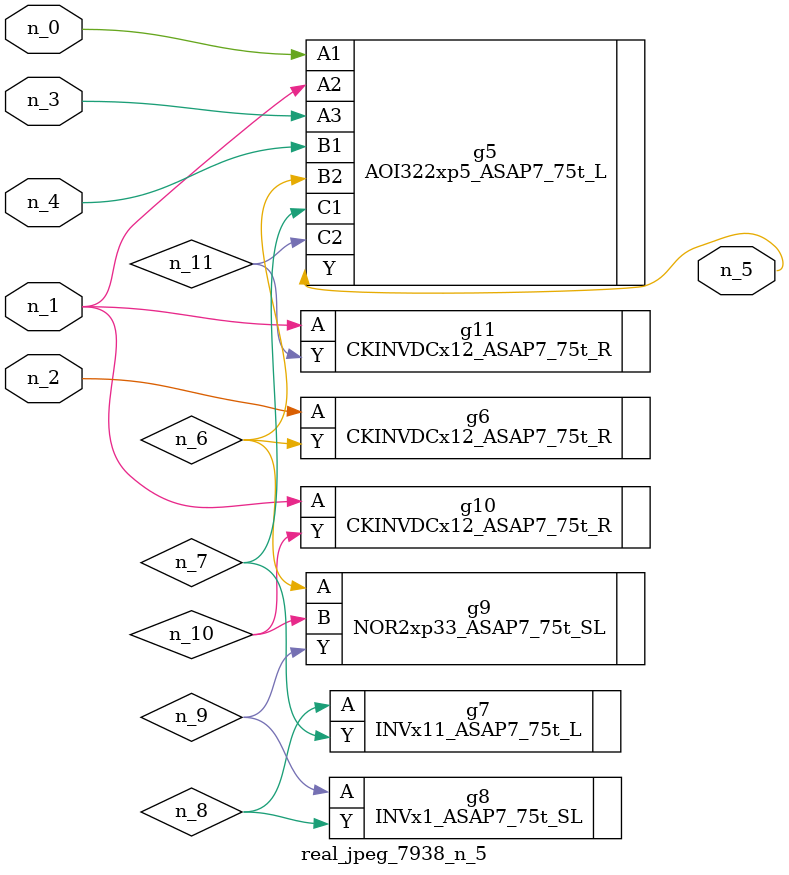
<source format=v>
module real_jpeg_7938_n_5 (n_4, n_0, n_1, n_2, n_3, n_5);

input n_4;
input n_0;
input n_1;
input n_2;
input n_3;

output n_5;

wire n_8;
wire n_11;
wire n_6;
wire n_7;
wire n_10;
wire n_9;

AOI322xp5_ASAP7_75t_L g5 ( 
.A1(n_0),
.A2(n_1),
.A3(n_3),
.B1(n_4),
.B2(n_6),
.C1(n_7),
.C2(n_11),
.Y(n_5)
);

CKINVDCx12_ASAP7_75t_R g10 ( 
.A(n_1),
.Y(n_10)
);

CKINVDCx12_ASAP7_75t_R g11 ( 
.A(n_1),
.Y(n_11)
);

CKINVDCx12_ASAP7_75t_R g6 ( 
.A(n_2),
.Y(n_6)
);

NOR2xp33_ASAP7_75t_SL g9 ( 
.A(n_6),
.B(n_10),
.Y(n_9)
);

INVx11_ASAP7_75t_L g7 ( 
.A(n_8),
.Y(n_7)
);

INVx1_ASAP7_75t_SL g8 ( 
.A(n_9),
.Y(n_8)
);


endmodule
</source>
